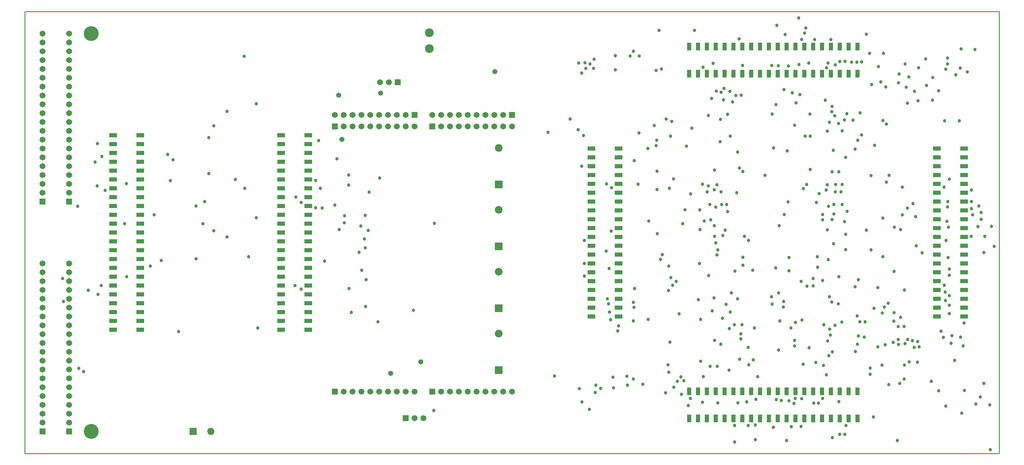
<source format=gbs>
G04 Layer_Color=16711935*
%FSLAX25Y25*%
%MOIN*%
G70*
G01*
G75*
%ADD22C,0.01000*%
%ADD47R,0.08674X0.04737*%
%ADD48R,0.04737X0.08674*%
%ADD50C,0.09900*%
%ADD51C,0.06706*%
%ADD52R,0.06706X0.06706*%
%ADD53R,0.06706X0.06706*%
%ADD54C,0.08674*%
%ADD55R,0.08674X0.08674*%
%ADD56R,0.08083X0.08083*%
%ADD57C,0.08083*%
%ADD58C,0.16800*%
%ADD59C,0.03800*%
%ADD60C,0.05800*%
D22*
X0Y0D02*
X1100000D01*
Y500000D01*
X0D02*
X1100000D01*
X0Y0D02*
Y500000D01*
D47*
X130291Y140000D02*
D03*
Y150000D02*
D03*
X99583Y210000D02*
D03*
Y190000D02*
D03*
Y180000D02*
D03*
Y170000D02*
D03*
Y200000D02*
D03*
Y250000D02*
D03*
Y220000D02*
D03*
Y230000D02*
D03*
Y240000D02*
D03*
Y260000D02*
D03*
Y300000D02*
D03*
Y270000D02*
D03*
Y280000D02*
D03*
Y290000D02*
D03*
Y310000D02*
D03*
Y350000D02*
D03*
Y320000D02*
D03*
Y330000D02*
D03*
Y340000D02*
D03*
Y360000D02*
D03*
X130291D02*
D03*
Y340000D02*
D03*
Y330000D02*
D03*
Y320000D02*
D03*
Y350000D02*
D03*
Y310000D02*
D03*
Y290000D02*
D03*
Y280000D02*
D03*
Y270000D02*
D03*
Y300000D02*
D03*
Y260000D02*
D03*
Y240000D02*
D03*
Y230000D02*
D03*
Y220000D02*
D03*
Y250000D02*
D03*
Y200000D02*
D03*
Y170000D02*
D03*
Y180000D02*
D03*
Y190000D02*
D03*
Y210000D02*
D03*
X289291D02*
D03*
Y190000D02*
D03*
Y180000D02*
D03*
Y170000D02*
D03*
Y200000D02*
D03*
Y250000D02*
D03*
Y220000D02*
D03*
Y230000D02*
D03*
Y240000D02*
D03*
Y260000D02*
D03*
Y300000D02*
D03*
Y270000D02*
D03*
Y280000D02*
D03*
Y290000D02*
D03*
Y310000D02*
D03*
Y350000D02*
D03*
Y320000D02*
D03*
Y330000D02*
D03*
Y340000D02*
D03*
Y360000D02*
D03*
X320000D02*
D03*
Y340000D02*
D03*
Y330000D02*
D03*
Y320000D02*
D03*
Y350000D02*
D03*
Y310000D02*
D03*
Y290000D02*
D03*
Y280000D02*
D03*
Y270000D02*
D03*
Y300000D02*
D03*
Y260000D02*
D03*
Y240000D02*
D03*
Y230000D02*
D03*
Y220000D02*
D03*
Y250000D02*
D03*
Y200000D02*
D03*
Y170000D02*
D03*
Y180000D02*
D03*
Y190000D02*
D03*
Y210000D02*
D03*
X130291Y160000D02*
D03*
X99583Y140000D02*
D03*
Y150000D02*
D03*
Y160000D02*
D03*
X320000D02*
D03*
Y150000D02*
D03*
Y140000D02*
D03*
X289291D02*
D03*
Y150000D02*
D03*
Y160000D02*
D03*
X670354Y195000D02*
D03*
Y175000D02*
D03*
Y165000D02*
D03*
Y155000D02*
D03*
Y185000D02*
D03*
Y235000D02*
D03*
Y205000D02*
D03*
Y215000D02*
D03*
Y225000D02*
D03*
Y245000D02*
D03*
Y285000D02*
D03*
Y255000D02*
D03*
Y265000D02*
D03*
Y275000D02*
D03*
Y295000D02*
D03*
Y335000D02*
D03*
Y305000D02*
D03*
Y315000D02*
D03*
Y325000D02*
D03*
Y345000D02*
D03*
X639646D02*
D03*
Y325000D02*
D03*
Y315000D02*
D03*
Y305000D02*
D03*
Y335000D02*
D03*
Y295000D02*
D03*
Y275000D02*
D03*
Y265000D02*
D03*
Y255000D02*
D03*
Y285000D02*
D03*
Y245000D02*
D03*
Y225000D02*
D03*
Y215000D02*
D03*
Y205000D02*
D03*
Y235000D02*
D03*
Y185000D02*
D03*
Y155000D02*
D03*
Y165000D02*
D03*
Y175000D02*
D03*
Y195000D02*
D03*
X1029646Y305000D02*
D03*
Y325000D02*
D03*
Y335000D02*
D03*
Y345000D02*
D03*
Y315000D02*
D03*
Y265000D02*
D03*
Y295000D02*
D03*
Y285000D02*
D03*
Y275000D02*
D03*
Y255000D02*
D03*
Y215000D02*
D03*
Y245000D02*
D03*
Y235000D02*
D03*
Y225000D02*
D03*
Y205000D02*
D03*
Y165000D02*
D03*
Y195000D02*
D03*
Y185000D02*
D03*
Y175000D02*
D03*
Y155000D02*
D03*
X1060354D02*
D03*
Y175000D02*
D03*
Y185000D02*
D03*
Y195000D02*
D03*
Y165000D02*
D03*
Y205000D02*
D03*
Y225000D02*
D03*
Y235000D02*
D03*
Y245000D02*
D03*
Y215000D02*
D03*
Y255000D02*
D03*
Y275000D02*
D03*
Y285000D02*
D03*
Y295000D02*
D03*
Y265000D02*
D03*
Y315000D02*
D03*
Y345000D02*
D03*
Y335000D02*
D03*
Y325000D02*
D03*
Y305000D02*
D03*
D48*
X900000Y429646D02*
D03*
X920000D02*
D03*
X930000D02*
D03*
X940000D02*
D03*
X910000D02*
D03*
X860000D02*
D03*
X890000D02*
D03*
X880000D02*
D03*
X870000D02*
D03*
X850000D02*
D03*
X810000D02*
D03*
X840000D02*
D03*
X830000D02*
D03*
X820000D02*
D03*
X800000D02*
D03*
X760000D02*
D03*
X790000D02*
D03*
X780000D02*
D03*
X770000D02*
D03*
X750000D02*
D03*
Y460354D02*
D03*
X770000D02*
D03*
X780000D02*
D03*
X790000D02*
D03*
X760000D02*
D03*
X800000D02*
D03*
X820000D02*
D03*
X830000D02*
D03*
X840000D02*
D03*
X810000D02*
D03*
X850000D02*
D03*
X870000D02*
D03*
X880000D02*
D03*
X890000D02*
D03*
X860000D02*
D03*
X910000D02*
D03*
X940000D02*
D03*
X930000D02*
D03*
X920000D02*
D03*
X900000D02*
D03*
X790000Y70354D02*
D03*
X770000D02*
D03*
X760000D02*
D03*
X750000D02*
D03*
X780000D02*
D03*
X830000D02*
D03*
X800000D02*
D03*
X810000D02*
D03*
X820000D02*
D03*
X840000D02*
D03*
X880000D02*
D03*
X850000D02*
D03*
X860000D02*
D03*
X870000D02*
D03*
X890000D02*
D03*
X930000D02*
D03*
X900000D02*
D03*
X910000D02*
D03*
X920000D02*
D03*
X940000D02*
D03*
Y39646D02*
D03*
X920000D02*
D03*
X910000D02*
D03*
X900000D02*
D03*
X930000D02*
D03*
X890000D02*
D03*
X870000D02*
D03*
X860000D02*
D03*
X850000D02*
D03*
X880000D02*
D03*
X840000D02*
D03*
X820000D02*
D03*
X810000D02*
D03*
X800000D02*
D03*
X830000D02*
D03*
X780000D02*
D03*
X750000D02*
D03*
X760000D02*
D03*
X770000D02*
D03*
X790000D02*
D03*
D50*
X456783Y458098D02*
D03*
Y475815D02*
D03*
D51*
X530000Y383000D02*
D03*
X460000D02*
D03*
X470000D02*
D03*
X480000D02*
D03*
X490000D02*
D03*
X500000D02*
D03*
X510000D02*
D03*
X520000D02*
D03*
X540000D02*
D03*
X420000D02*
D03*
X350000D02*
D03*
X360000D02*
D03*
X370000D02*
D03*
X380000D02*
D03*
X390000D02*
D03*
X400000D02*
D03*
X410000D02*
D03*
X430000D02*
D03*
X440000Y40000D02*
D03*
X450000D02*
D03*
X20000Y35000D02*
D03*
Y45000D02*
D03*
Y55000D02*
D03*
Y65000D02*
D03*
Y75000D02*
D03*
Y85000D02*
D03*
Y95000D02*
D03*
Y105000D02*
D03*
Y115000D02*
D03*
Y125000D02*
D03*
Y135000D02*
D03*
Y145000D02*
D03*
Y155000D02*
D03*
Y165000D02*
D03*
Y175000D02*
D03*
Y185000D02*
D03*
Y195000D02*
D03*
Y205000D02*
D03*
Y215000D02*
D03*
X50000Y35000D02*
D03*
Y45000D02*
D03*
Y55000D02*
D03*
Y65000D02*
D03*
Y75000D02*
D03*
Y85000D02*
D03*
Y95000D02*
D03*
Y105000D02*
D03*
Y115000D02*
D03*
Y125000D02*
D03*
Y135000D02*
D03*
Y145000D02*
D03*
Y155000D02*
D03*
Y165000D02*
D03*
Y175000D02*
D03*
Y185000D02*
D03*
Y195000D02*
D03*
Y205000D02*
D03*
Y215000D02*
D03*
Y295000D02*
D03*
Y305000D02*
D03*
Y315000D02*
D03*
Y325000D02*
D03*
Y335000D02*
D03*
Y345000D02*
D03*
Y355000D02*
D03*
Y365000D02*
D03*
Y375000D02*
D03*
Y385000D02*
D03*
Y395000D02*
D03*
Y405000D02*
D03*
Y415000D02*
D03*
Y425000D02*
D03*
Y435000D02*
D03*
Y445000D02*
D03*
Y455000D02*
D03*
Y465000D02*
D03*
Y475000D02*
D03*
X20000Y295000D02*
D03*
Y305000D02*
D03*
Y315000D02*
D03*
Y325000D02*
D03*
Y335000D02*
D03*
Y345000D02*
D03*
Y355000D02*
D03*
Y365000D02*
D03*
Y375000D02*
D03*
Y385000D02*
D03*
Y395000D02*
D03*
Y405000D02*
D03*
Y415000D02*
D03*
Y425000D02*
D03*
Y435000D02*
D03*
Y445000D02*
D03*
Y455000D02*
D03*
Y465000D02*
D03*
Y475000D02*
D03*
X411000Y420000D02*
D03*
X401000D02*
D03*
X480000Y370000D02*
D03*
X550000D02*
D03*
X540000D02*
D03*
X530000D02*
D03*
X520000D02*
D03*
X510000D02*
D03*
X500000D02*
D03*
X490000D02*
D03*
X470000D02*
D03*
X370000D02*
D03*
X440000D02*
D03*
X430000D02*
D03*
X420000D02*
D03*
X410000D02*
D03*
X400000D02*
D03*
X390000D02*
D03*
X380000D02*
D03*
X360000D02*
D03*
X480000Y70000D02*
D03*
X550000D02*
D03*
X540000D02*
D03*
X530000D02*
D03*
X520000D02*
D03*
X510000D02*
D03*
X500000D02*
D03*
X490000D02*
D03*
X470000D02*
D03*
X370000D02*
D03*
X440000D02*
D03*
X430000D02*
D03*
X420000D02*
D03*
X410000D02*
D03*
X400000D02*
D03*
X390000D02*
D03*
X380000D02*
D03*
X360000D02*
D03*
D52*
X550000Y383000D02*
D03*
X440000D02*
D03*
X430000Y40000D02*
D03*
X421000Y420000D02*
D03*
X460000Y370000D02*
D03*
X350000D02*
D03*
X460000Y70000D02*
D03*
X350000D02*
D03*
D53*
X20000Y25000D02*
D03*
X50000D02*
D03*
Y285000D02*
D03*
X20000D02*
D03*
D54*
X535000Y275591D02*
D03*
Y135591D02*
D03*
Y345591D02*
D03*
Y205591D02*
D03*
D55*
Y234409D02*
D03*
Y94409D02*
D03*
Y304409D02*
D03*
Y164409D02*
D03*
D56*
X190000Y25000D02*
D03*
D57*
X210000D02*
D03*
D58*
X75000Y475000D02*
D03*
Y25000D02*
D03*
D59*
X670300Y144300D02*
D03*
X661300Y151200D02*
D03*
X669200Y138500D02*
D03*
X82553Y180000D02*
D03*
X43700Y172000D02*
D03*
X71647Y184700D02*
D03*
X86200Y190000D02*
D03*
X90800Y297800D02*
D03*
X248200Y300000D02*
D03*
X115000Y200000D02*
D03*
X203000Y285000D02*
D03*
X328200Y309000D02*
D03*
X237800Y310000D02*
D03*
X312100Y284100D02*
D03*
X306000Y290000D02*
D03*
X193200Y280000D02*
D03*
X164300Y308800D02*
D03*
X114700Y305200D02*
D03*
X59600Y279500D02*
D03*
X61100Y96300D02*
D03*
X262900Y142100D02*
D03*
X304900Y190000D02*
D03*
X312100Y186100D02*
D03*
X261400Y395800D02*
D03*
Y266700D02*
D03*
X161400Y338200D02*
D03*
X207800Y316800D02*
D03*
X167200Y332200D02*
D03*
X207600Y357200D02*
D03*
X79200Y329700D02*
D03*
X87000Y335900D02*
D03*
X82100Y350500D02*
D03*
X141600Y212000D02*
D03*
X775300Y401500D02*
D03*
X1043700Y158400D02*
D03*
X727100Y91975D02*
D03*
X686900Y84300D02*
D03*
X972600Y372716D02*
D03*
X803500Y295000D02*
D03*
X958798Y164300D02*
D03*
X908700Y140500D02*
D03*
X726016Y100382D02*
D03*
X796400Y358900D02*
D03*
X880900D02*
D03*
X1043700Y167800D02*
D03*
X1045600Y124600D02*
D03*
X975200Y77900D02*
D03*
X1006200Y235000D02*
D03*
X808500Y405300D02*
D03*
X659000Y169269D02*
D03*
X992900Y185000D02*
D03*
X968700Y266300D02*
D03*
X990600Y270000D02*
D03*
Y301300D02*
D03*
X1037500D02*
D03*
X981600Y256100D02*
D03*
X1083500Y245700D02*
D03*
X1073700Y56000D02*
D03*
X958000Y41400D02*
D03*
X765500Y437100D02*
D03*
X657700Y175000D02*
D03*
X925700Y21700D02*
D03*
X1089200Y55000D02*
D03*
X1076950Y280000D02*
D03*
X1008300Y398900D02*
D03*
X1031700Y410300D02*
D03*
X710700Y370900D02*
D03*
X798900Y397800D02*
D03*
X866200Y408000D02*
D03*
X1007600Y103400D02*
D03*
X1009700Y120500D02*
D03*
X742500Y260100D02*
D03*
X738700Y158000D02*
D03*
X687000Y149900D02*
D03*
X703800Y151700D02*
D03*
X987085Y429400D02*
D03*
X1064000Y431700D02*
D03*
X843556Y383957D02*
D03*
X911000Y386700D02*
D03*
X778400Y257700D02*
D03*
X851800D02*
D03*
X598000Y87800D02*
D03*
X650100Y73600D02*
D03*
X963000Y120800D02*
D03*
X1023400Y81700D02*
D03*
X954300Y89700D02*
D03*
Y96500D02*
D03*
X940900Y133000D02*
D03*
X173500Y138000D02*
D03*
X1017000Y446280D02*
D03*
X950100Y474400D02*
D03*
X906500Y441800D02*
D03*
X966200Y420200D02*
D03*
X1004400Y409600D02*
D03*
X796100Y409800D02*
D03*
X789400Y413000D02*
D03*
X780600Y409831D02*
D03*
X683300Y449500D02*
D03*
X633200Y435700D02*
D03*
X625300Y441600D02*
D03*
X874000Y440100D02*
D03*
X869000Y371200D02*
D03*
X925300Y377400D02*
D03*
X910100Y468300D02*
D03*
X773200Y281500D02*
D03*
X912500Y343000D02*
D03*
X956000Y417208D02*
D03*
X876900Y468300D02*
D03*
X878900Y299800D02*
D03*
X780000Y278600D02*
D03*
X793300Y273700D02*
D03*
X882800Y304300D02*
D03*
X891700Y468300D02*
D03*
X785900Y295900D02*
D03*
X937300Y344300D02*
D03*
X933300Y442700D02*
D03*
X920000Y443195D02*
D03*
X926800Y335000D02*
D03*
X786700Y281500D02*
D03*
X792300Y281600D02*
D03*
X959400Y348759D02*
D03*
X925900Y443600D02*
D03*
X771800Y302700D02*
D03*
X944650Y360300D02*
D03*
X944800Y443000D02*
D03*
X822200Y106000D02*
D03*
X821531Y207300D02*
D03*
X810600Y213000D02*
D03*
X816931Y241100D02*
D03*
X631700D02*
D03*
Y215000D02*
D03*
X913098Y237400D02*
D03*
X911330Y264570D02*
D03*
X913250Y270850D02*
D03*
X861500Y284600D02*
D03*
X713700Y298500D02*
D03*
X727000Y212100D02*
D03*
X907000Y219400D02*
D03*
X876300Y194800D02*
D03*
X735300D02*
D03*
X732200Y310700D02*
D03*
X901600Y99700D02*
D03*
X626100Y73300D02*
D03*
X628600Y325000D02*
D03*
X713800Y319400D02*
D03*
X731400Y190400D02*
D03*
X900700Y195800D02*
D03*
X703400Y345000D02*
D03*
X761500Y215000D02*
D03*
X889900Y198000D02*
D03*
X845200Y345800D02*
D03*
X804500Y340900D02*
D03*
X865100Y142100D02*
D03*
X906200Y127398D02*
D03*
X751600Y293800D02*
D03*
X712500Y348300D02*
D03*
X713300Y354200D02*
D03*
X762400Y253177D02*
D03*
X778800Y245800D02*
D03*
X779900Y238400D02*
D03*
X631700Y200700D02*
D03*
X663900Y86200D02*
D03*
X679500Y87200D02*
D03*
X680300Y77200D02*
D03*
X723300Y68800D02*
D03*
X741300Y66949D02*
D03*
X736500Y81600D02*
D03*
X740500Y86700D02*
D03*
X744000Y82400D02*
D03*
X795300Y141400D02*
D03*
X777900Y175900D02*
D03*
X851100Y181700D02*
D03*
Y117000D02*
D03*
X787700Y152900D02*
D03*
X852200Y150000D02*
D03*
X848300Y60900D02*
D03*
X791700Y168700D02*
D03*
X856400Y165700D02*
D03*
X862600Y59800D02*
D03*
X854000Y59900D02*
D03*
X847600Y210000D02*
D03*
X801500Y206200D02*
D03*
X800900Y145600D02*
D03*
X797700Y181500D02*
D03*
X896100Y57000D02*
D03*
X940100Y123602D02*
D03*
X988800Y154100D02*
D03*
X986000Y129100D02*
D03*
X993000Y99900D02*
D03*
X876400Y30477D02*
D03*
X927000Y31600D02*
D03*
X967600Y100100D02*
D03*
X971200Y122900D02*
D03*
X816800Y31800D02*
D03*
X889900Y189500D02*
D03*
X940900Y196800D02*
D03*
X950100Y252700D02*
D03*
X824600Y15700D02*
D03*
Y32300D02*
D03*
X801300Y31600D02*
D03*
Y13100D02*
D03*
X1090000Y4400D02*
D03*
X1079800Y272800D02*
D03*
X988700Y253400D02*
D03*
X975600Y314600D02*
D03*
X918839Y318500D02*
D03*
X922600Y304200D02*
D03*
X1076100Y256700D02*
D03*
X1078691Y63900D02*
D03*
X911400Y318500D02*
D03*
X955200Y314200D02*
D03*
Y230300D02*
D03*
X963100Y187600D02*
D03*
X937500Y115400D02*
D03*
X919900Y21800D02*
D03*
X911700Y18000D02*
D03*
X1038200Y376400D02*
D03*
X986220Y419320D02*
D03*
X1068500Y285000D02*
D03*
X1094400Y234400D02*
D03*
X383200Y242500D02*
D03*
X900600Y62400D02*
D03*
X890600Y56900D02*
D03*
X385400Y196700D02*
D03*
X438500Y162000D02*
D03*
X462300Y260145D02*
D03*
X400600Y311700D02*
D03*
X1039700Y434600D02*
D03*
X885000Y441800D02*
D03*
X810400Y438900D02*
D03*
X686960Y454839D02*
D03*
X848900Y484400D02*
D03*
X666600Y450000D02*
D03*
X693700Y449800D02*
D03*
X843200Y439000D02*
D03*
X850500Y438800D02*
D03*
X806300Y468900D02*
D03*
X718600Y434900D02*
D03*
X666700Y434100D02*
D03*
X886300Y384000D02*
D03*
X914418Y382000D02*
D03*
X918761Y373161D02*
D03*
X928000Y384400D02*
D03*
X922800Y364900D02*
D03*
X935000Y377100D02*
D03*
X943000Y385300D02*
D03*
X905900Y364800D02*
D03*
X764900Y304600D02*
D03*
X692400D02*
D03*
X765000Y58000D02*
D03*
X825200Y61400D02*
D03*
X835500Y314700D02*
D03*
X810600Y319000D02*
D03*
X806600Y323000D02*
D03*
X778602Y320600D02*
D03*
X773700Y98500D02*
D03*
X804800Y175000D02*
D03*
X856700Y171900D02*
D03*
X785800Y123720D02*
D03*
X808400Y129700D02*
D03*
X911500Y115100D02*
D03*
X808400Y135200D02*
D03*
X907600Y110600D02*
D03*
X939644Y155600D02*
D03*
X905000Y89100D02*
D03*
X922200Y148600D02*
D03*
X893000Y103100D02*
D03*
X918839Y200000D02*
D03*
X882900Y189400D02*
D03*
X827300Y87100D02*
D03*
X878800Y101000D02*
D03*
X815000Y58400D02*
D03*
X869600Y62400D02*
D03*
X781500Y98500D02*
D03*
X869931Y148300D02*
D03*
X782200Y57200D02*
D03*
X885300Y119700D02*
D03*
X869000Y128100D02*
D03*
X766100Y87100D02*
D03*
X644731Y77146D02*
D03*
X656300Y228900D02*
D03*
X717800Y219700D02*
D03*
X781300Y224700D02*
D03*
X782200Y230300D02*
D03*
X719600Y224900D02*
D03*
X662400Y300500D02*
D03*
X770400Y295900D02*
D03*
X1043700Y178800D02*
D03*
X970400Y165700D02*
D03*
X1034300Y138200D02*
D03*
X993800Y124300D02*
D03*
X986220Y123352D02*
D03*
X1043700Y201600D02*
D03*
X974600Y170100D02*
D03*
X1038900Y182700D02*
D03*
X968100Y159100D02*
D03*
X1038100Y190200D02*
D03*
X1042100Y285000D02*
D03*
X915000Y296000D02*
D03*
X354900Y253300D02*
D03*
X252800Y222800D02*
D03*
X350063Y280937D02*
D03*
X42700Y198000D02*
D03*
X146100Y270000D02*
D03*
X333800Y300000D02*
D03*
X384200Y269200D02*
D03*
X377400Y227700D02*
D03*
X66400Y92800D02*
D03*
X201100Y260000D02*
D03*
X228200Y245000D02*
D03*
Y387000D02*
D03*
X213200Y252000D02*
D03*
Y370700D02*
D03*
X81500Y302800D02*
D03*
X948700Y149000D02*
D03*
X942800D02*
D03*
X937300Y188600D02*
D03*
X688200Y186600D02*
D03*
X771700Y382300D02*
D03*
X338341Y217559D02*
D03*
X154100Y218400D02*
D03*
X112500Y260000D02*
D03*
X193300Y220400D02*
D03*
X247700Y449200D02*
D03*
X1025000Y425300D02*
D03*
X972100Y414500D02*
D03*
X1060400Y147800D02*
D03*
X981400Y159300D02*
D03*
X809700Y145500D02*
D03*
X823800Y142004D02*
D03*
X902000Y145500D02*
D03*
X728900Y358900D02*
D03*
X630600Y359700D02*
D03*
X906100Y304100D02*
D03*
X893700Y283900D02*
D03*
X886500Y358900D02*
D03*
Y321300D02*
D03*
X968600Y376716D02*
D03*
X968700Y222600D02*
D03*
X777000Y441200D02*
D03*
X987800Y79200D02*
D03*
X1059200Y121500D02*
D03*
X1070016Y269900D02*
D03*
X1039300Y173000D02*
D03*
X687500Y165300D02*
D03*
X728400Y125900D02*
D03*
X1056400Y131600D02*
D03*
X996700Y129100D02*
D03*
X776100Y161400D02*
D03*
X926600Y248000D02*
D03*
X925350Y262350D02*
D03*
X870800Y396500D02*
D03*
X996457Y396400D02*
D03*
X980400Y125800D02*
D03*
X947700Y131700D02*
D03*
X624800Y366300D02*
D03*
X774400Y264400D02*
D03*
X747000Y347700D02*
D03*
X687000Y171000D02*
D03*
X807000Y106600D02*
D03*
X857300Y270400D02*
D03*
X900600Y264400D02*
D03*
X693400Y362700D02*
D03*
X590700Y363200D02*
D03*
X1051100Y428200D02*
D03*
X1072600Y457100D02*
D03*
X615700Y378300D02*
D03*
X724016D02*
D03*
X712600Y433300D02*
D03*
X785000Y352500D02*
D03*
X461500Y48500D02*
D03*
X1057500Y45500D02*
D03*
X1031500Y71000D02*
D03*
X748900Y54300D02*
D03*
X969400Y452800D02*
D03*
X896600Y293900D02*
D03*
X972800Y307000D02*
D03*
X730316Y375600D02*
D03*
X1068300Y245700D02*
D03*
X1049500Y105400D02*
D03*
X753000Y368000D02*
D03*
X659900Y160100D02*
D03*
X643900Y69100D02*
D03*
X352400Y333300D02*
D03*
X331600Y354100D02*
D03*
X993700Y440700D02*
D03*
X963639Y437800D02*
D03*
X1008900Y436200D02*
D03*
X998000Y426000D02*
D03*
X1018030Y416400D02*
D03*
X802500Y405133D02*
D03*
X793400Y383726D02*
D03*
X788700Y400000D02*
D03*
X785200Y378022D02*
D03*
X786100Y408500D02*
D03*
X632200Y442000D02*
D03*
X642500Y446100D02*
D03*
X638000Y440600D02*
D03*
X642000Y435600D02*
D03*
X628800Y430400D02*
D03*
X880300Y475700D02*
D03*
X858300Y474000D02*
D03*
X881700Y481400D02*
D03*
X857000Y411500D02*
D03*
X847900Y394700D02*
D03*
X862000Y438200D02*
D03*
X939300Y442700D02*
D03*
X940200Y354317D02*
D03*
X778400Y298200D02*
D03*
X817300Y100200D02*
D03*
X816600Y120035D02*
D03*
X810584Y221900D02*
D03*
X812200Y245700D02*
D03*
X926516Y230500D02*
D03*
X906000Y253000D02*
D03*
X860500Y342377D02*
D03*
X688100Y331300D02*
D03*
X726600Y184400D02*
D03*
X914600Y145000D02*
D03*
X745400Y275600D02*
D03*
X760300Y174000D02*
D03*
X909400Y134000D02*
D03*
X656800Y305000D02*
D03*
X727500Y299900D02*
D03*
X659700Y209400D02*
D03*
X664700Y74200D02*
D03*
X697600Y78300D02*
D03*
X751400Y62300D02*
D03*
X732549Y75000D02*
D03*
X796400Y160100D02*
D03*
X1008100Y126800D02*
D03*
X919000Y58700D02*
D03*
X992700Y143500D02*
D03*
X986000D02*
D03*
X992800Y84400D02*
D03*
X865400Y30400D02*
D03*
X845000Y29700D02*
D03*
X860000Y14700D02*
D03*
X985000D02*
D03*
X998400Y103600D02*
D03*
X981102Y149500D02*
D03*
X1082500Y79400D02*
D03*
Y227400D02*
D03*
X915200Y304200D02*
D03*
X1055100Y376400D02*
D03*
X1024700Y399500D02*
D03*
X994811Y414200D02*
D03*
X1068500Y298000D02*
D03*
X1068700Y276900D02*
D03*
X1079750Y265000D02*
D03*
X1091400Y257000D02*
D03*
X1039500Y53720D02*
D03*
X1042300Y221800D02*
D03*
X1060545Y71345D02*
D03*
X365500Y315000D02*
D03*
Y303700D02*
D03*
X365900Y186500D02*
D03*
X384540Y166200D02*
D03*
X368500Y159600D02*
D03*
X387500Y252200D02*
D03*
X388500Y295500D02*
D03*
X398700Y149100D02*
D03*
X1057100Y457500D02*
D03*
X953500Y452800D02*
D03*
X1041700Y447300D02*
D03*
X915000Y439700D02*
D03*
X1041600Y440700D02*
D03*
X905000Y436300D02*
D03*
X1056000Y436043D02*
D03*
X873500Y492600D02*
D03*
X755900Y478600D02*
D03*
X716066D02*
D03*
X875000Y406000D02*
D03*
X903700Y399800D02*
D03*
X911300Y392600D02*
D03*
X908459Y374700D02*
D03*
X763000Y104200D02*
D03*
Y151500D02*
D03*
X762100Y275600D02*
D03*
X781300Y303900D02*
D03*
X895100Y210600D02*
D03*
X862600Y206600D02*
D03*
X918200Y169300D02*
D03*
X877100Y61900D02*
D03*
X894500Y222600D02*
D03*
X862600Y221700D02*
D03*
X911100Y171371D02*
D03*
X843500Y168900D02*
D03*
X843000Y177200D02*
D03*
X908300D02*
D03*
X805000Y57400D02*
D03*
X868300Y56600D02*
D03*
X869000Y121600D02*
D03*
X795000Y94300D02*
D03*
X778700Y128100D02*
D03*
X877400Y151000D02*
D03*
X637300Y49900D02*
D03*
X628900Y58300D02*
D03*
X767000Y263000D02*
D03*
X704300D02*
D03*
X788100Y246800D02*
D03*
X714000Y248500D02*
D03*
X790700Y252700D02*
D03*
X662100Y251600D02*
D03*
X772100Y201300D02*
D03*
X729400Y198900D02*
D03*
X1003900Y120100D02*
D03*
X1046500Y133400D02*
D03*
X1002100Y127800D02*
D03*
X1037000Y131400D02*
D03*
X981300Y206100D02*
D03*
X1043700Y208500D02*
D03*
X928300Y273816D02*
D03*
X1039900Y241100D02*
D03*
X1002700Y282700D02*
D03*
X921200Y295900D02*
D03*
X1041100Y262700D02*
D03*
X1005800Y268000D02*
D03*
X996300Y277500D02*
D03*
X922700Y281500D02*
D03*
X1042600Y256000D02*
D03*
X907400Y279700D02*
D03*
X1041500Y279000D02*
D03*
X913400Y281500D02*
D03*
X904800Y298000D02*
D03*
X1043800Y310200D02*
D03*
X900700Y270400D02*
D03*
X1012900Y226900D02*
D03*
X361026Y269100D02*
D03*
X360800Y261100D02*
D03*
X328300Y277900D02*
D03*
X335500Y277600D02*
D03*
X379300Y257323D02*
D03*
X384400Y232700D02*
D03*
X380400Y207323D02*
D03*
D60*
X530500Y432000D02*
D03*
X413000Y90800D02*
D03*
X447100Y103500D02*
D03*
X357900Y355400D02*
D03*
X354300Y405300D02*
D03*
X401600Y407800D02*
D03*
M02*

</source>
